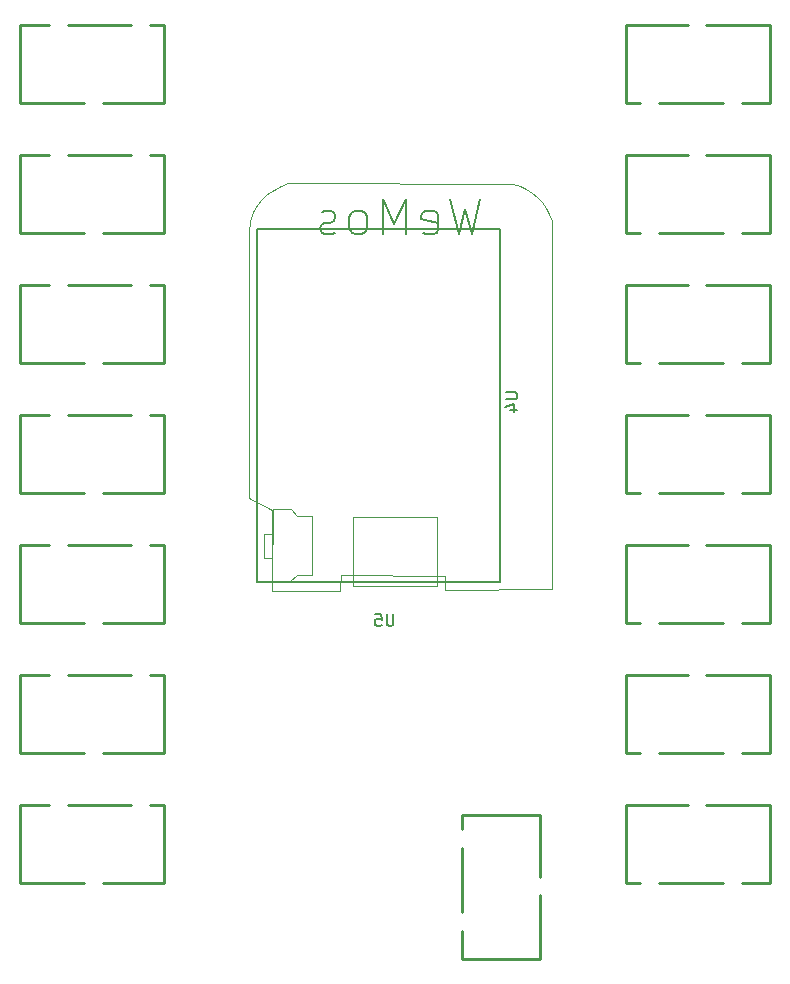
<source format=gbr>
G04 #@! TF.FileFunction,Legend,Bot*
%FSLAX46Y46*%
G04 Gerber Fmt 4.6, Leading zero omitted, Abs format (unit mm)*
G04 Created by KiCad (PCBNEW 4.0.7) date Thursday, May 31, 2018 'PMt' 11:14:33 PM*
%MOMM*%
%LPD*%
G01*
G04 APERTURE LIST*
%ADD10C,0.100000*%
%ADD11C,0.150000*%
%ADD12C,0.254000*%
G04 APERTURE END LIST*
D10*
D11*
X85090000Y-53930000D02*
X64520000Y-53930000D01*
X64520000Y-83820000D02*
X64520000Y-53930000D01*
X85090000Y-83820000D02*
X64520000Y-83820000D01*
X85090000Y-83820000D02*
X85090000Y-53930000D01*
D10*
X65782528Y-84577228D02*
X71593820Y-84577228D01*
X71593820Y-84577228D02*
X71620151Y-83293795D01*
X71620151Y-83293795D02*
X80451373Y-83300483D01*
X80451373Y-83300483D02*
X80449397Y-84502736D01*
X80449397Y-84502736D02*
X89530193Y-84476658D01*
X89530193Y-84476658D02*
X89516195Y-53306507D01*
X89516195Y-53306507D02*
X89283384Y-52703714D01*
X89283384Y-52703714D02*
X88999901Y-52158833D01*
X88999901Y-52158833D02*
X88665253Y-51672423D01*
X88665253Y-51672423D02*
X88278953Y-51245048D01*
X88278953Y-51245048D02*
X87840512Y-50877259D01*
X87840512Y-50877259D02*
X87349440Y-50569623D01*
X87349440Y-50569623D02*
X86805250Y-50322690D01*
X86805250Y-50322690D02*
X86207453Y-50137024D01*
X86207453Y-50137024D02*
X67169540Y-50108266D01*
X67169540Y-50108266D02*
X66550176Y-50342259D01*
X66550176Y-50342259D02*
X65961982Y-50626742D01*
X65961982Y-50626742D02*
X65418555Y-50976257D01*
X65418555Y-50976257D02*
X64933497Y-51405342D01*
X64933497Y-51405342D02*
X64520405Y-51928540D01*
X64520405Y-51928540D02*
X64192878Y-52560387D01*
X64192878Y-52560387D02*
X63964518Y-53315425D01*
X63964518Y-53315425D02*
X63848922Y-54208193D01*
X63848922Y-54208193D02*
X63823974Y-76763285D01*
X63823974Y-76763285D02*
X65767520Y-77724181D01*
X65767520Y-77724181D02*
X65797314Y-84532524D01*
X79779650Y-78351451D02*
X72640069Y-78351451D01*
X72640069Y-78351451D02*
X72640069Y-84165188D01*
X72640069Y-84165188D02*
X79779650Y-84165188D01*
X79779650Y-84165188D02*
X79779650Y-78351451D01*
X65856400Y-77702349D02*
X67408622Y-77702349D01*
X67408622Y-77702349D02*
X67937789Y-78231515D01*
X67937789Y-78231515D02*
X69190150Y-78231515D01*
X69190150Y-78231515D02*
X69190150Y-83293876D01*
X69190150Y-83293876D02*
X67902511Y-83293876D01*
X67902511Y-83293876D02*
X67373344Y-83787765D01*
X67373344Y-83787765D02*
X65803483Y-83787765D01*
X65803483Y-83787765D02*
X65856400Y-77702349D01*
X65821122Y-79783738D02*
X65168483Y-79783738D01*
X65168483Y-79783738D02*
X65168483Y-81776932D01*
X65168483Y-81776932D02*
X65785844Y-81776932D01*
D12*
X108000000Y-43300000D02*
X108000000Y-36720000D01*
X101012160Y-36699460D02*
X95892240Y-36699460D01*
X108000000Y-36699460D02*
X102592240Y-36699460D01*
X95800380Y-43299460D02*
X95800380Y-36700540D01*
X95800380Y-43299460D02*
X97001800Y-43299460D01*
X104002040Y-43299460D02*
X98602000Y-43299460D01*
X108000000Y-43299460D02*
X105602240Y-43299460D01*
X108000000Y-54300000D02*
X108000000Y-47720000D01*
X101012160Y-47699460D02*
X95892240Y-47699460D01*
X108000000Y-47699460D02*
X102592240Y-47699460D01*
X95800380Y-54299460D02*
X95800380Y-47700540D01*
X95800380Y-54299460D02*
X97001800Y-54299460D01*
X104002040Y-54299460D02*
X98602000Y-54299460D01*
X108000000Y-54299460D02*
X105602240Y-54299460D01*
X108000000Y-65300000D02*
X108000000Y-58720000D01*
X101012160Y-58699460D02*
X95892240Y-58699460D01*
X108000000Y-58699460D02*
X102592240Y-58699460D01*
X95800380Y-65299460D02*
X95800380Y-58700540D01*
X95800380Y-65299460D02*
X97001800Y-65299460D01*
X104002040Y-65299460D02*
X98602000Y-65299460D01*
X108000000Y-65299460D02*
X105602240Y-65299460D01*
X108000000Y-76300000D02*
X108000000Y-69720000D01*
X101012160Y-69699460D02*
X95892240Y-69699460D01*
X108000000Y-69699460D02*
X102592240Y-69699460D01*
X95800380Y-76299460D02*
X95800380Y-69700540D01*
X95800380Y-76299460D02*
X97001800Y-76299460D01*
X104002040Y-76299460D02*
X98602000Y-76299460D01*
X108000000Y-76299460D02*
X105602240Y-76299460D01*
X108000000Y-87300000D02*
X108000000Y-80720000D01*
X101012160Y-80699460D02*
X95892240Y-80699460D01*
X108000000Y-80699460D02*
X102592240Y-80699460D01*
X95800380Y-87299460D02*
X95800380Y-80700540D01*
X95800380Y-87299460D02*
X97001800Y-87299460D01*
X104002040Y-87299460D02*
X98602000Y-87299460D01*
X108000000Y-87299460D02*
X105602240Y-87299460D01*
X108000000Y-98300000D02*
X108000000Y-91720000D01*
X101012160Y-91699460D02*
X95892240Y-91699460D01*
X108000000Y-91699460D02*
X102592240Y-91699460D01*
X95800380Y-98299460D02*
X95800380Y-91700540D01*
X95800380Y-98299460D02*
X97001800Y-98299460D01*
X104002040Y-98299460D02*
X98602000Y-98299460D01*
X108000000Y-98299460D02*
X105602240Y-98299460D01*
X108000000Y-109300000D02*
X108000000Y-102720000D01*
X101012160Y-102699460D02*
X95892240Y-102699460D01*
X108000000Y-102699460D02*
X102592240Y-102699460D01*
X95800380Y-109299460D02*
X95800380Y-102700540D01*
X95800380Y-109299460D02*
X97001800Y-109299460D01*
X104002040Y-109299460D02*
X98602000Y-109299460D01*
X108000000Y-109299460D02*
X105602240Y-109299460D01*
X81900000Y-115775000D02*
X88480000Y-115775000D01*
X88500540Y-108787160D02*
X88500540Y-103667240D01*
X88500540Y-115775000D02*
X88500540Y-110367240D01*
X81900540Y-103575380D02*
X88499460Y-103575380D01*
X81900540Y-103575380D02*
X81900540Y-104776800D01*
X81900540Y-111777040D02*
X81900540Y-106377000D01*
X81900540Y-115775000D02*
X81900540Y-113377240D01*
X44500000Y-36700000D02*
X44500000Y-43280000D01*
X51487840Y-43300540D02*
X56607760Y-43300540D01*
X44500000Y-43300540D02*
X49907760Y-43300540D01*
X56699620Y-36700540D02*
X56699620Y-43299460D01*
X56699620Y-36700540D02*
X55498200Y-36700540D01*
X48497960Y-36700540D02*
X53898000Y-36700540D01*
X44500000Y-36700540D02*
X46897760Y-36700540D01*
X44500000Y-47700000D02*
X44500000Y-54280000D01*
X51487840Y-54300540D02*
X56607760Y-54300540D01*
X44500000Y-54300540D02*
X49907760Y-54300540D01*
X56699620Y-47700540D02*
X56699620Y-54299460D01*
X56699620Y-47700540D02*
X55498200Y-47700540D01*
X48497960Y-47700540D02*
X53898000Y-47700540D01*
X44500000Y-47700540D02*
X46897760Y-47700540D01*
X44500000Y-58700000D02*
X44500000Y-65280000D01*
X51487840Y-65300540D02*
X56607760Y-65300540D01*
X44500000Y-65300540D02*
X49907760Y-65300540D01*
X56699620Y-58700540D02*
X56699620Y-65299460D01*
X56699620Y-58700540D02*
X55498200Y-58700540D01*
X48497960Y-58700540D02*
X53898000Y-58700540D01*
X44500000Y-58700540D02*
X46897760Y-58700540D01*
X44500000Y-69700000D02*
X44500000Y-76280000D01*
X51487840Y-76300540D02*
X56607760Y-76300540D01*
X44500000Y-76300540D02*
X49907760Y-76300540D01*
X56699620Y-69700540D02*
X56699620Y-76299460D01*
X56699620Y-69700540D02*
X55498200Y-69700540D01*
X48497960Y-69700540D02*
X53898000Y-69700540D01*
X44500000Y-69700540D02*
X46897760Y-69700540D01*
X44500000Y-80700000D02*
X44500000Y-87280000D01*
X51487840Y-87300540D02*
X56607760Y-87300540D01*
X44500000Y-87300540D02*
X49907760Y-87300540D01*
X56699620Y-80700540D02*
X56699620Y-87299460D01*
X56699620Y-80700540D02*
X55498200Y-80700540D01*
X48497960Y-80700540D02*
X53898000Y-80700540D01*
X44500000Y-80700540D02*
X46897760Y-80700540D01*
X44500000Y-91700000D02*
X44500000Y-98280000D01*
X51487840Y-98300540D02*
X56607760Y-98300540D01*
X44500000Y-98300540D02*
X49907760Y-98300540D01*
X56699620Y-91700540D02*
X56699620Y-98299460D01*
X56699620Y-91700540D02*
X55498200Y-91700540D01*
X48497960Y-91700540D02*
X53898000Y-91700540D01*
X44500000Y-91700540D02*
X46897760Y-91700540D01*
X44500000Y-102700000D02*
X44500000Y-109280000D01*
X51487840Y-109300540D02*
X56607760Y-109300540D01*
X44500000Y-109300540D02*
X49907760Y-109300540D01*
X56699620Y-102700540D02*
X56699620Y-109299460D01*
X56699620Y-102700540D02*
X55498200Y-102700540D01*
X48497960Y-102700540D02*
X53898000Y-102700540D01*
X44500000Y-102700540D02*
X46897760Y-102700540D01*
D11*
X85592381Y-67798095D02*
X86401905Y-67798095D01*
X86497143Y-67845714D01*
X86544762Y-67893333D01*
X86592381Y-67988571D01*
X86592381Y-68179048D01*
X86544762Y-68274286D01*
X86497143Y-68321905D01*
X86401905Y-68369524D01*
X85592381Y-68369524D01*
X85925714Y-69274286D02*
X86592381Y-69274286D01*
X85544762Y-69036190D02*
X86259048Y-68798095D01*
X86259048Y-69417143D01*
X76091905Y-86562381D02*
X76091905Y-87371905D01*
X76044286Y-87467143D01*
X75996667Y-87514762D01*
X75901429Y-87562381D01*
X75710952Y-87562381D01*
X75615714Y-87514762D01*
X75568095Y-87467143D01*
X75520476Y-87371905D01*
X75520476Y-86562381D01*
X74568095Y-86562381D02*
X75044286Y-86562381D01*
X75091905Y-87038571D01*
X75044286Y-86990952D01*
X74949048Y-86943333D01*
X74710952Y-86943333D01*
X74615714Y-86990952D01*
X74568095Y-87038571D01*
X74520476Y-87133810D01*
X74520476Y-87371905D01*
X74568095Y-87467143D01*
X74615714Y-87514762D01*
X74710952Y-87562381D01*
X74949048Y-87562381D01*
X75044286Y-87514762D01*
X75091905Y-87467143D01*
X83457143Y-51417143D02*
X82742857Y-54417143D01*
X82171428Y-52274286D01*
X81600000Y-54417143D01*
X80885714Y-51417143D01*
X78600000Y-54274286D02*
X78885714Y-54417143D01*
X79457143Y-54417143D01*
X79742857Y-54274286D01*
X79885714Y-53988571D01*
X79885714Y-52845714D01*
X79742857Y-52560000D01*
X79457143Y-52417143D01*
X78885714Y-52417143D01*
X78600000Y-52560000D01*
X78457143Y-52845714D01*
X78457143Y-53131429D01*
X79885714Y-53417143D01*
X77171428Y-54417143D02*
X77171428Y-51417143D01*
X76171428Y-53560000D01*
X75171428Y-51417143D01*
X75171428Y-54417143D01*
X73314286Y-54417143D02*
X73600000Y-54274286D01*
X73742857Y-54131429D01*
X73885714Y-53845714D01*
X73885714Y-52988571D01*
X73742857Y-52702857D01*
X73600000Y-52560000D01*
X73314286Y-52417143D01*
X72885714Y-52417143D01*
X72600000Y-52560000D01*
X72457143Y-52702857D01*
X72314286Y-52988571D01*
X72314286Y-53845714D01*
X72457143Y-54131429D01*
X72600000Y-54274286D01*
X72885714Y-54417143D01*
X73314286Y-54417143D01*
X71171428Y-54274286D02*
X70885714Y-54417143D01*
X70314286Y-54417143D01*
X70028571Y-54274286D01*
X69885714Y-53988571D01*
X69885714Y-53845714D01*
X70028571Y-53560000D01*
X70314286Y-53417143D01*
X70742857Y-53417143D01*
X71028571Y-53274286D01*
X71171428Y-52988571D01*
X71171428Y-52845714D01*
X71028571Y-52560000D01*
X70742857Y-52417143D01*
X70314286Y-52417143D01*
X70028571Y-52560000D01*
M02*

</source>
